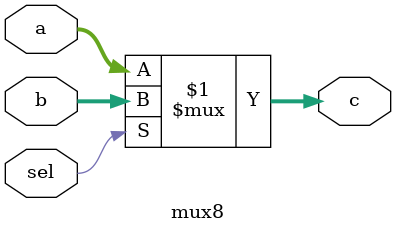
<source format=v>
module mux8(a,b,sel,c);
parameter width = 8;
input sel;
input [width-1:0]a,b;
output [width-1:0]c;

assign c = (sel)?b:a;
endmodule
</source>
